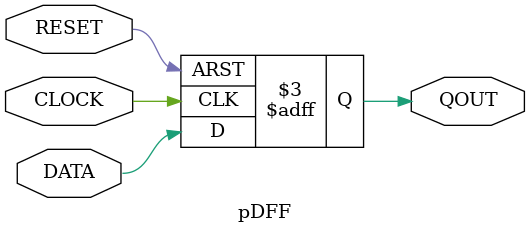
<source format=v>
/******************************************************/ 
// @brief: 
// @copyright: 
// @license: 
// @birth: created by xcz on 2022.6.15
// @version: 
// @revision: last revised by xcz on 2022.6.15
/******************************************************/ 
module pDFF(DATA,QOUT,CLOCK,RESET);
//  D类型触发器
parameter WIDTH = 1;
input [WIDTH-1:0] DATA;
input CLOCK, RESET;
output [WIDTH-1:0] QOUT;
reg [WIDTH-1:0] QOUT;


always @(posedge CLOCK or negedge RESET)
begin
if (~RESET) 
//dff状态切换
    QOUT <= 0; //复位时赋0
else
    QOUT <= DATA; //输出DATA
end
endmodule
</source>
